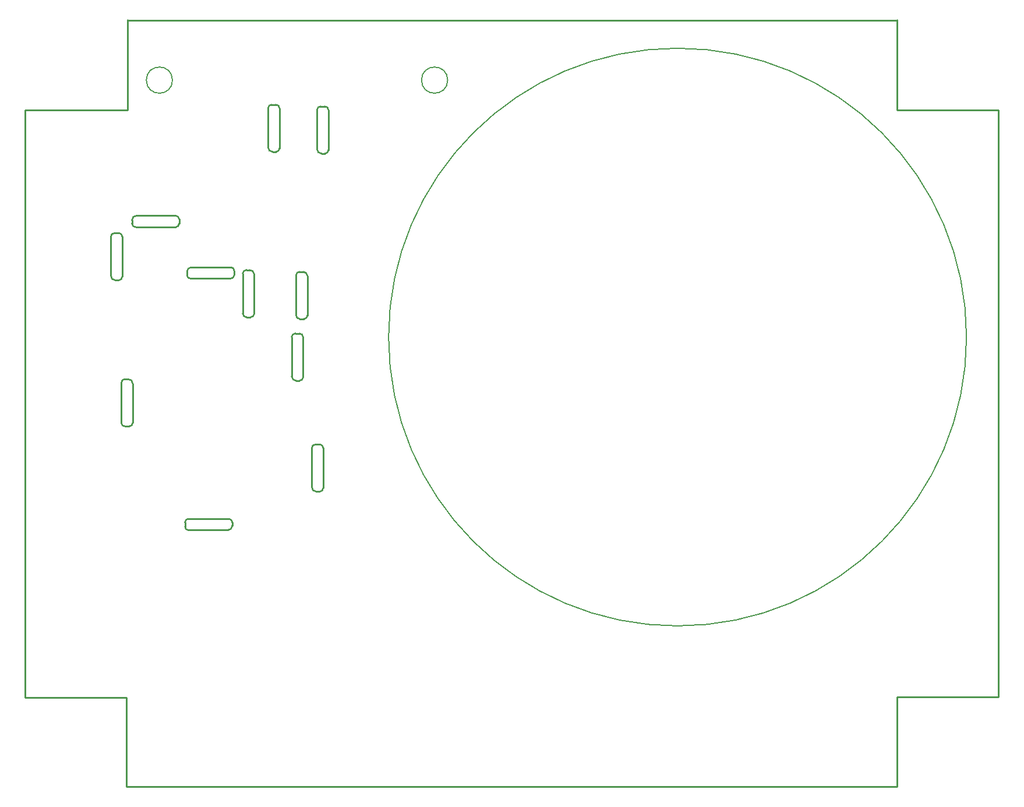
<source format=gko>
G04*
G04 #@! TF.GenerationSoftware,Altium Limited,Altium Designer,22.9.1 (49)*
G04*
G04 Layer_Color=16711935*
%FSLAX25Y25*%
%MOIN*%
G70*
G04*
G04 #@! TF.SameCoordinates,1257689D-38EC-466F-A697-83967F765A24*
G04*
G04*
G04 #@! TF.FilePolarity,Positive*
G04*
G01*
G75*
%ADD13C,0.01000*%
%ADD72C,0.00591*%
D13*
X-126000Y15567D02*
G03*
X-123500Y13067I2500J0D01*
G01*
X-121500D02*
G03*
X-119500Y15067I0J2000D01*
G01*
Y38067D02*
G03*
X-121500Y40067I-2000J0D01*
G01*
X-124000D02*
G03*
X-126000Y38067I0J-2000D01*
G01*
X-114500Y-47933D02*
G03*
X-112000Y-50433I2500J0D01*
G01*
X-110000D02*
G03*
X-108000Y-48433I0J2000D01*
G01*
Y-25433D02*
G03*
X-110000Y-23433I-2000J0D01*
G01*
X-112500D02*
G03*
X-114500Y-25433I0J-2000D01*
G01*
X-162567Y-72500D02*
G03*
X-160067Y-70000I0J2500D01*
G01*
Y-68000D02*
G03*
X-162067Y-66000I-2000J0D01*
G01*
X-185067D02*
G03*
X-187067Y-68000I0J-2000D01*
G01*
Y-70500D02*
G03*
X-185067Y-72500I2000J0D01*
G01*
X-229500Y73067D02*
G03*
X-227000Y70567I2500J0D01*
G01*
X-225000D02*
G03*
X-223000Y72567I0J2000D01*
G01*
Y95567D02*
G03*
X-225000Y97567I-2000J0D01*
G01*
X-227500D02*
G03*
X-229500Y95567I0J-2000D01*
G01*
X-214933Y107500D02*
G03*
X-217433Y105000I0J-2500D01*
G01*
Y103000D02*
G03*
X-215433Y101000I2000J0D01*
G01*
X-192433D02*
G03*
X-190433Y103000I0J2000D01*
G01*
Y105500D02*
G03*
X-192433Y107500I-2000J0D01*
G01*
X-139500Y146567D02*
G03*
X-137000Y144067I2500J0D01*
G01*
X-135000D02*
G03*
X-133000Y146067I0J2000D01*
G01*
Y169067D02*
G03*
X-135000Y171067I-2000J0D01*
G01*
X-137500D02*
G03*
X-139500Y169067I0J-2000D01*
G01*
X-111500Y145567D02*
G03*
X-109000Y143067I2500J0D01*
G01*
X-107000D02*
G03*
X-105000Y145067I0J2000D01*
G01*
Y168067D02*
G03*
X-107000Y170067I-2000J0D01*
G01*
X-109500D02*
G03*
X-111500Y168067I0J-2000D01*
G01*
X-183433Y78000D02*
G03*
X-185933Y75500I0J-2500D01*
G01*
Y73500D02*
G03*
X-183933Y71500I2000J0D01*
G01*
X-160933D02*
G03*
X-158933Y73500I0J2000D01*
G01*
Y76000D02*
G03*
X-160933Y78000I-2000J0D01*
G01*
X-147500Y73933D02*
G03*
X-150000Y76433I-2500J0D01*
G01*
X-152000D02*
G03*
X-154000Y74433I0J-2000D01*
G01*
Y51433D02*
G03*
X-152000Y49433I2000J0D01*
G01*
X-149500D02*
G03*
X-147500Y51433I0J2000D01*
G01*
X-117000Y72933D02*
G03*
X-119500Y75433I-2500J0D01*
G01*
X-121500D02*
G03*
X-123500Y73433I0J-2000D01*
G01*
Y50433D02*
G03*
X-121500Y48433I2000J0D01*
G01*
X-119000D02*
G03*
X-117000Y50433I0J2000D01*
G01*
X-219000Y-13067D02*
G03*
X-217000Y-11067I0J2000D01*
G01*
X-223500D02*
G03*
X-221500Y-13067I2000J0D01*
G01*
Y13933D02*
G03*
X-223500Y11933I0J-2000D01*
G01*
X-217000Y11433D02*
G03*
X-219500Y13933I-2500J0D01*
G01*
X-278500Y-168500D02*
Y168000D01*
X-123500Y13067D02*
X-121500D01*
X-124000Y40067D02*
X-121500D01*
X-126000Y15567D02*
Y25067D01*
Y38067D01*
X-119500Y15067D02*
Y38067D01*
X-112000Y-50433D02*
X-110000D01*
X-112500Y-23433D02*
X-110000D01*
X-114500Y-47933D02*
Y-38433D01*
Y-25433D01*
X-108000Y-48433D02*
Y-25433D01*
X-160067Y-70000D02*
Y-68000D01*
X-187067Y-70500D02*
Y-68000D01*
X-172067Y-72500D02*
X-162567D01*
X-185067D02*
X-172067D01*
X-185067Y-66000D02*
X-162067D01*
X-227000Y70567D02*
X-225000D01*
X-227500Y97567D02*
X-225000D01*
X-229500Y73067D02*
Y82567D01*
Y95567D01*
X-223000Y72567D02*
Y95567D01*
X-217433Y103000D02*
Y105000D01*
X-190433Y103000D02*
Y105500D01*
X-214933Y107500D02*
X-205433D01*
X-192433D01*
X-215433Y101000D02*
X-192433D01*
X-137000Y144067D02*
X-135000D01*
X-137500Y171067D02*
X-135000D01*
X-139500Y146567D02*
Y156067D01*
Y169067D01*
X-133000Y146067D02*
Y169067D01*
X-109000Y143067D02*
X-107000D01*
X-109500Y170067D02*
X-107000D01*
X-111500Y145567D02*
Y155067D01*
Y168067D01*
X-105000Y145067D02*
Y168067D01*
X-185933Y73500D02*
Y75500D01*
X-158933Y73500D02*
Y76000D01*
X-183433Y78000D02*
X-173933D01*
X-160933D01*
X-183933Y71500D02*
X-160933D01*
X-152000Y76433D02*
X-150000D01*
X-152000Y49433D02*
X-149500D01*
X-147500Y64433D02*
Y73933D01*
Y51433D02*
Y64433D01*
X-154000Y51433D02*
Y74433D01*
X-121500Y75433D02*
X-119500D01*
X-121500Y48433D02*
X-119000D01*
X-117000Y63433D02*
Y72933D01*
Y50433D02*
Y63433D01*
X-123500Y50433D02*
Y73433D01*
X-223500Y-11067D02*
Y11933D01*
X-217000Y-11067D02*
Y1933D01*
Y11433D01*
X-221500Y-13067D02*
X-219000D01*
X-221500Y13933D02*
X-219500D01*
X278543Y-168000D02*
X278543Y168000D01*
X-220500Y-219488D02*
X220500D01*
Y168000D02*
X278500D01*
X220500Y-219500D02*
Y-168000D01*
X278500D01*
X-220000Y219488D02*
X220500Y219488D01*
Y168000D02*
Y219500D01*
X-278500Y168000D02*
X-220000D01*
Y219500D01*
X-220500Y-219500D02*
Y-168500D01*
X-278500D02*
X-220500D01*
D72*
X260137Y38031D02*
G03*
X260137Y38031I-165354J0D01*
G01*
X-36779Y185134D02*
G03*
X-36779Y185134I-7480J0D01*
G01*
X-194260D02*
G03*
X-194260Y185134I-7480J0D01*
G01*
M02*

</source>
